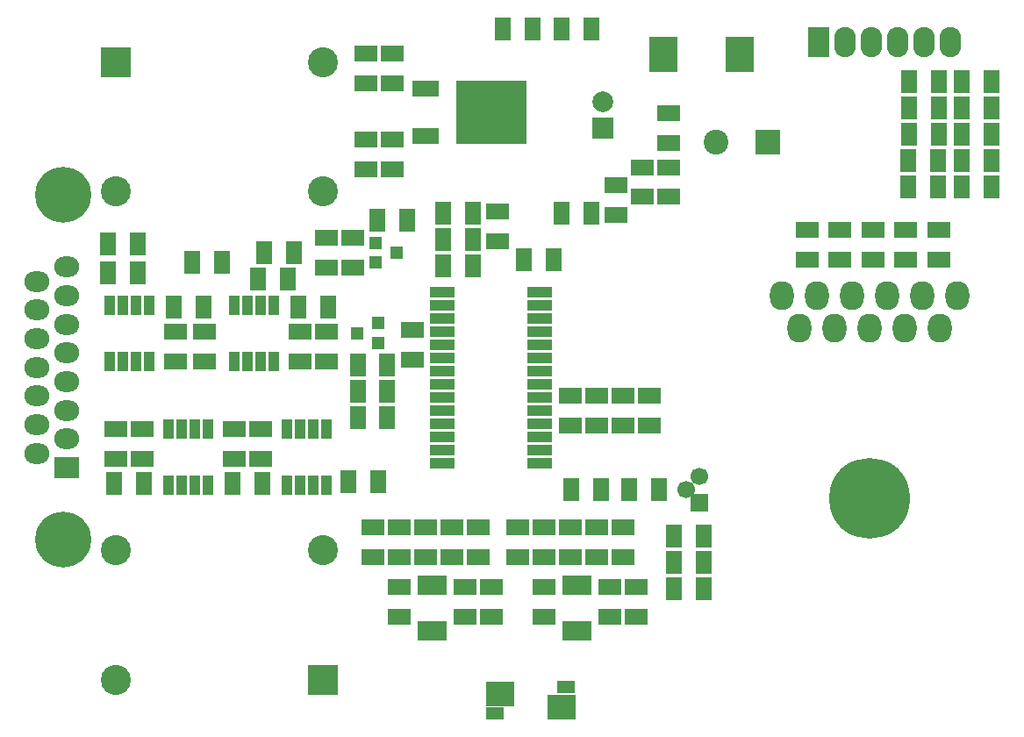
<source format=gbr>
G04 #@! TF.GenerationSoftware,KiCad,Pcbnew,(5.0.0-rc2-dev-444-g2974a2c10)*
G04 #@! TF.CreationDate,2018-05-11T00:11:58+02:00*
G04 #@! TF.ProjectId,TrackAmplifier,547261636B416D706C69666965722E6B,rev?*
G04 #@! TF.SameCoordinates,Original*
G04 #@! TF.FileFunction,Soldermask,Top*
G04 #@! TF.FilePolarity,Negative*
%FSLAX46Y46*%
G04 Gerber Fmt 4.6, Leading zero omitted, Abs format (unit mm)*
G04 Created by KiCad (PCBNEW (5.0.0-rc2-dev-444-g2974a2c10)) date 05/11/18 00:11:58*
%MOMM*%
%LPD*%
G01*
G04 APERTURE LIST*
%ADD10R,2.900000X2.900000*%
%ADD11C,2.900000*%
%ADD12R,2.200000X1.620000*%
%ADD13R,2.700000X3.500000*%
%ADD14O,3.900000X3.900000*%
%ADD15O,2.300000X2.800000*%
%ADD16R,2.400000X2.000000*%
%ADD17O,2.400000X2.000000*%
%ADD18C,5.400000*%
%ADD19R,2.100000X2.900000*%
%ADD20O,2.100000X2.900000*%
%ADD21R,2.000000X2.000000*%
%ADD22C,2.000000*%
%ADD23R,1.620000X2.200000*%
%ADD24R,1.300000X1.200000*%
%ADD25R,1.000000X1.950000*%
%ADD26R,2.600000X1.600000*%
%ADD27R,6.800000X6.200000*%
%ADD28R,0.850000X1.850000*%
%ADD29R,2.400000X1.000000*%
%ADD30C,1.700000*%
%ADD31R,1.700000X1.700000*%
%ADD32C,7.800000*%
%ADD33C,1.200000*%
%ADD34R,2.690000X2.430000*%
%ADD35R,1.800000X1.160000*%
%ADD36R,2.400000X2.400000*%
%ADD37C,2.400000*%
G04 APERTURE END LIST*
D10*
X84544000Y-114843800D03*
D11*
X64544000Y-114843800D03*
X84544000Y-102343800D03*
X64544000Y-102343800D03*
D10*
X64605000Y-55230000D03*
D11*
X84605000Y-55230000D03*
X64605000Y-67730000D03*
X84605000Y-67730000D03*
D12*
X117945000Y-63010000D03*
X117945000Y-60150000D03*
D13*
X124820000Y-54468000D03*
X117420000Y-54468000D03*
D14*
X137320000Y-97360000D03*
D15*
X145820000Y-77760000D03*
X144120000Y-80900000D03*
X142420000Y-77760000D03*
X140720000Y-80900000D03*
X139020000Y-77760000D03*
X137320000Y-80900000D03*
X135620000Y-77760000D03*
X133920000Y-80900000D03*
X132220000Y-77760000D03*
X130520000Y-80900000D03*
X128820000Y-77760000D03*
D16*
X59800000Y-94390000D03*
D17*
X59800000Y-91620000D03*
X59800000Y-88850000D03*
X59800000Y-86080000D03*
X59800000Y-83310000D03*
X59800000Y-80540000D03*
X59800000Y-77770000D03*
X59800000Y-75000000D03*
X56960000Y-93005000D03*
X56960000Y-90235000D03*
X56960000Y-87465000D03*
X56960000Y-84695000D03*
X56960000Y-81925000D03*
X56960000Y-79155000D03*
X56960000Y-76385000D03*
D18*
X59500000Y-101345000D03*
X59500000Y-68045000D03*
D19*
X132423000Y-53325000D03*
D20*
X134963000Y-53325000D03*
X137503000Y-53325000D03*
X140043000Y-53325000D03*
X142583000Y-53325000D03*
X145123000Y-53325000D03*
D12*
X70320000Y-84092000D03*
X70320000Y-81232000D03*
X84925000Y-81232000D03*
X84925000Y-84092000D03*
X73096675Y-81232000D03*
X73096675Y-84092000D03*
X82385000Y-81232000D03*
X82385000Y-84092000D03*
X88735000Y-57295000D03*
X88735000Y-54435000D03*
X91275000Y-54435000D03*
X91275000Y-57295000D03*
X91275000Y-65550000D03*
X91275000Y-62690000D03*
X64605000Y-93490000D03*
X64605000Y-90630000D03*
X76035000Y-90630000D03*
X76035000Y-93490000D03*
X88735000Y-62690000D03*
X88735000Y-65550000D03*
X67145000Y-93490000D03*
X67145000Y-90630000D03*
X78575000Y-90630000D03*
X78575000Y-93490000D03*
D21*
X111595000Y-61580000D03*
D22*
X111595000Y-59080000D03*
D12*
X105880000Y-100155000D03*
X105880000Y-103015000D03*
X108420000Y-103015000D03*
X108420000Y-100155000D03*
X112230000Y-105870000D03*
X112230000Y-108730000D03*
X110960000Y-100155000D03*
X110960000Y-103015000D03*
X91910000Y-103015000D03*
X91910000Y-100155000D03*
X94450000Y-100155000D03*
X94450000Y-103015000D03*
X98260000Y-108730000D03*
X98260000Y-105870000D03*
X110960000Y-87452479D03*
X110960000Y-90312479D03*
X108420000Y-90315000D03*
X108420000Y-87455000D03*
X96990000Y-100155000D03*
X96990000Y-103015000D03*
X113500000Y-87455000D03*
X113500000Y-90315000D03*
D23*
X74798000Y-74534000D03*
X71938000Y-74534000D03*
X99055000Y-72375000D03*
X96195000Y-72375000D03*
X149060000Y-57135000D03*
X146200000Y-57135000D03*
X149060000Y-59675000D03*
X146200000Y-59675000D03*
X146180058Y-62215000D03*
X149040058Y-62215000D03*
X146180058Y-64755000D03*
X149040058Y-64755000D03*
X81750000Y-73645000D03*
X78890000Y-73645000D03*
X81148000Y-76185000D03*
X78288000Y-76185000D03*
X96195000Y-74915000D03*
X99055000Y-74915000D03*
D24*
X89640000Y-72695000D03*
X89640000Y-74595000D03*
X91640000Y-73645000D03*
D23*
X70160000Y-78852000D03*
X73020000Y-78852000D03*
X82225000Y-78852000D03*
X85085000Y-78852000D03*
X107625000Y-52055000D03*
X110485000Y-52055000D03*
D12*
X140805000Y-71420000D03*
X140805000Y-74280000D03*
D23*
X104770000Y-52055000D03*
X101910000Y-52055000D03*
D12*
X137630000Y-71420000D03*
X137630000Y-74280000D03*
X143980000Y-71420000D03*
X143980000Y-74280000D03*
X84925000Y-75075000D03*
X84925000Y-72215000D03*
D23*
X64445000Y-95870000D03*
X67305000Y-95870000D03*
X78735000Y-95870000D03*
X75875000Y-95870000D03*
X118420000Y-106030000D03*
X121280000Y-106030000D03*
D12*
X103340000Y-103015000D03*
X103340000Y-100155000D03*
X105880000Y-108730000D03*
X105880000Y-105870000D03*
D23*
X89911000Y-95743000D03*
X87051000Y-95743000D03*
D12*
X114770000Y-108730000D03*
X114770000Y-105870000D03*
X113500000Y-103015000D03*
X113500000Y-100155000D03*
X89370000Y-103015000D03*
X89370000Y-100155000D03*
X91910000Y-108730000D03*
X91910000Y-105870000D03*
X100800000Y-108730000D03*
X100800000Y-105870000D03*
D23*
X103975000Y-74280000D03*
X106835000Y-74280000D03*
D12*
X99530000Y-103015000D03*
X99530000Y-100155000D03*
X134455000Y-74280000D03*
X134455000Y-71420000D03*
X116040000Y-90315000D03*
X116040000Y-87455000D03*
D23*
X63810000Y-75550000D03*
X66670000Y-75550000D03*
X99055000Y-69835000D03*
X96195000Y-69835000D03*
D12*
X101435000Y-72535000D03*
X101435000Y-69675000D03*
D23*
X63810000Y-72756000D03*
X66670000Y-72756000D03*
D25*
X67780000Y-78692000D03*
X66510000Y-78692000D03*
X65240000Y-78692000D03*
X63970000Y-78692000D03*
X63970000Y-84092000D03*
X65240000Y-84092000D03*
X66510000Y-84092000D03*
X67780000Y-84092000D03*
X79845000Y-78692000D03*
X78575000Y-78692000D03*
X77305000Y-78692000D03*
X76035000Y-78692000D03*
X76035000Y-84092000D03*
X77305000Y-84092000D03*
X78575000Y-84092000D03*
X79845000Y-84092000D03*
D26*
X94487861Y-57804326D03*
X94487861Y-62364326D03*
D27*
X100787861Y-60084326D03*
D25*
X69685000Y-90630000D03*
X70955000Y-90630000D03*
X72225000Y-90630000D03*
X73495000Y-90630000D03*
X73495000Y-96030000D03*
X72225000Y-96030000D03*
X70955000Y-96030000D03*
X69685000Y-96030000D03*
X81115000Y-90630000D03*
X82385000Y-90630000D03*
X83655000Y-90630000D03*
X84925000Y-90630000D03*
X84925000Y-96030000D03*
X83655000Y-96030000D03*
X82385000Y-96030000D03*
X81115000Y-96030000D03*
D28*
X108080000Y-110135000D03*
X108730000Y-110135000D03*
X109380000Y-110135000D03*
X110030000Y-110135000D03*
X110030000Y-105735000D03*
X109380000Y-105735000D03*
X108730000Y-105735000D03*
X108080000Y-105735000D03*
X94110000Y-105735000D03*
X94760000Y-105735000D03*
X95410000Y-105735000D03*
X96060000Y-105735000D03*
X96060000Y-110135000D03*
X95410000Y-110135000D03*
X94760000Y-110135000D03*
X94110000Y-110135000D03*
D29*
X96100000Y-77452479D03*
X96100000Y-78722479D03*
X96100000Y-79992479D03*
X96100000Y-81262479D03*
X96100000Y-82532479D03*
X96100000Y-83802479D03*
X96100000Y-85072479D03*
X96100000Y-86342479D03*
X96100000Y-87612479D03*
X96100000Y-88882479D03*
X96100000Y-90152479D03*
X96100000Y-91422479D03*
X96100000Y-92692479D03*
X96100000Y-93962479D03*
X105500000Y-93962479D03*
X105500000Y-92692479D03*
X105500000Y-91422479D03*
X105500000Y-90152479D03*
X105500000Y-88882479D03*
X105500000Y-87612479D03*
X105500000Y-86342479D03*
X105500000Y-85072479D03*
X105500000Y-83802479D03*
X105500000Y-82532479D03*
X105500000Y-81262479D03*
X105500000Y-79992479D03*
X105500000Y-78722479D03*
X105500000Y-77452479D03*
D23*
X87917872Y-86987536D03*
X90777872Y-86987536D03*
X90777872Y-84447536D03*
X87917872Y-84447536D03*
X87917872Y-89527536D03*
X90777872Y-89527536D03*
D24*
X89862000Y-82342000D03*
X89862000Y-80442000D03*
X87862000Y-81392000D03*
D23*
X149040058Y-67295000D03*
X146180058Y-67295000D03*
X121280000Y-103490000D03*
X118420000Y-103490000D03*
X118420000Y-100950000D03*
X121280000Y-100950000D03*
D30*
X119596000Y-96505000D03*
X120866000Y-95235000D03*
D31*
X120866000Y-97775000D03*
D12*
X87465000Y-72215000D03*
X87465000Y-75075000D03*
D23*
X116962000Y-96505000D03*
X114102000Y-96505000D03*
D32*
X137317013Y-97367015D03*
D33*
X134542013Y-97367015D03*
X135354792Y-95404794D03*
X137317013Y-94592015D03*
X139279234Y-95404794D03*
X140092013Y-97367015D03*
X139279234Y-99329236D03*
X137317013Y-100142015D03*
X135354792Y-99329236D03*
D34*
X107595000Y-117460000D03*
X101625000Y-116190000D03*
D35*
X108040000Y-115555000D03*
X101180000Y-118095000D03*
D12*
X112865000Y-69995000D03*
X112865000Y-67135000D03*
D23*
X110485000Y-69835000D03*
X107625000Y-69835000D03*
D12*
X115405000Y-65390000D03*
X115405000Y-68250000D03*
X93180000Y-81105000D03*
X93180000Y-83965000D03*
D36*
X127470000Y-62977000D03*
D37*
X122470000Y-62977000D03*
D12*
X117945000Y-68250000D03*
X117945000Y-65390000D03*
D23*
X141120000Y-57135000D03*
X143980000Y-57135000D03*
X143980000Y-59675000D03*
X141120000Y-59675000D03*
X141120000Y-62215000D03*
X143980000Y-62215000D03*
X143877815Y-67295000D03*
X141017815Y-67295000D03*
X143877815Y-64755000D03*
X141017815Y-64755000D03*
X92705000Y-70470000D03*
X89845000Y-70470000D03*
D12*
X131280000Y-71420000D03*
X131280000Y-74280000D03*
D23*
X108514000Y-96505000D03*
X111374000Y-96505000D03*
M02*

</source>
